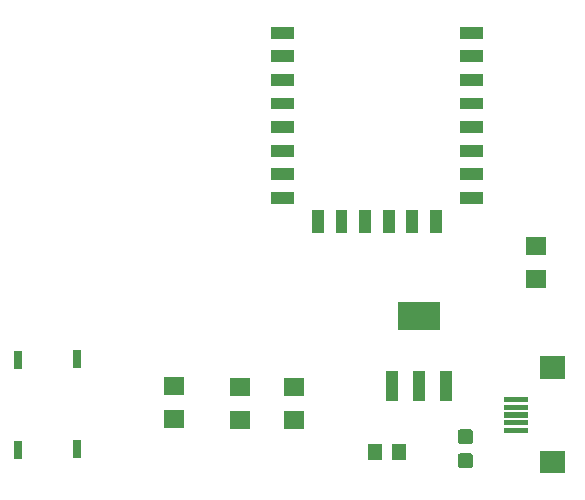
<source format=gtp>
G04 Layer: TopPasteMaskLayer*
G04 EasyEDA v6.4.25, 2021-10-08T18:06:41+02:00*
G04 037b28f00f454e67816ab17afa83080b,1cac1e5aea054b3a93835a94b3064acf,10*
G04 Gerber Generator version 0.2*
G04 Scale: 100 percent, Rotated: No, Reflected: No *
G04 Dimensions in millimeters *
G04 leading zeros omitted , absolute positions ,4 integer and 5 decimal *
%FSLAX45Y45*%
%MOMM*%

%ADD12R,0.7620X1.5240*%
%ADD13R,1.1600X1.4500*%
%ADD14R,1.8009X1.6002*%
%ADD15R,1.1000X2.5000*%

%LPD*%
D12*
G01*
X1536700Y4826000D03*
G01*
X1536700Y5588000D03*
G01*
X1041400Y4813300D03*
G01*
X1041400Y5575300D03*
G36*
X4780279Y4663439D02*
G01*
X4778451Y4663541D01*
X4776622Y4663871D01*
X4774869Y4664430D01*
X4773193Y4665192D01*
X4771618Y4666132D01*
X4770170Y4667275D01*
X4768875Y4668570D01*
X4767732Y4670018D01*
X4766792Y4671593D01*
X4766030Y4673269D01*
X4765471Y4675022D01*
X4765141Y4676851D01*
X4765040Y4678679D01*
X4765040Y4770120D01*
X4765141Y4771948D01*
X4765471Y4773777D01*
X4766030Y4775530D01*
X4766792Y4777206D01*
X4767732Y4778781D01*
X4768875Y4780229D01*
X4770170Y4781524D01*
X4771618Y4782667D01*
X4773193Y4783607D01*
X4774869Y4784369D01*
X4776622Y4784928D01*
X4778451Y4785258D01*
X4780279Y4785360D01*
X4871720Y4785360D01*
X4873548Y4785258D01*
X4875377Y4784928D01*
X4877130Y4784369D01*
X4878806Y4783607D01*
X4880381Y4782667D01*
X4881829Y4781524D01*
X4883124Y4780229D01*
X4884267Y4778781D01*
X4885207Y4777206D01*
X4885969Y4775530D01*
X4886528Y4773777D01*
X4886858Y4771948D01*
X4886959Y4770120D01*
X4886959Y4678679D01*
X4886858Y4676851D01*
X4886528Y4675022D01*
X4885969Y4673269D01*
X4885207Y4671593D01*
X4884267Y4670018D01*
X4883124Y4668570D01*
X4881829Y4667275D01*
X4880381Y4666132D01*
X4878806Y4665192D01*
X4877130Y4664430D01*
X4875377Y4663871D01*
X4873548Y4663541D01*
X4871720Y4663439D01*
G37*
G36*
X4780279Y4866639D02*
G01*
X4778451Y4866741D01*
X4776622Y4867071D01*
X4774869Y4867630D01*
X4773193Y4868392D01*
X4771618Y4869332D01*
X4770170Y4870475D01*
X4768875Y4871770D01*
X4767732Y4873218D01*
X4766792Y4874793D01*
X4766030Y4876469D01*
X4765471Y4878222D01*
X4765141Y4880051D01*
X4765040Y4881879D01*
X4765040Y4973320D01*
X4765141Y4975148D01*
X4765471Y4976977D01*
X4766030Y4978730D01*
X4766792Y4980406D01*
X4767732Y4981981D01*
X4768875Y4983429D01*
X4770170Y4984724D01*
X4771618Y4985867D01*
X4773193Y4986807D01*
X4774869Y4987569D01*
X4776622Y4988128D01*
X4778451Y4988458D01*
X4780279Y4988560D01*
X4871720Y4988560D01*
X4873548Y4988458D01*
X4875377Y4988128D01*
X4877130Y4987569D01*
X4878806Y4986807D01*
X4880381Y4985867D01*
X4881829Y4984724D01*
X4883124Y4983429D01*
X4884267Y4981981D01*
X4885207Y4980406D01*
X4885969Y4978730D01*
X4886528Y4976977D01*
X4886858Y4975148D01*
X4886959Y4973320D01*
X4886959Y4881879D01*
X4886858Y4880051D01*
X4886528Y4878222D01*
X4885969Y4876469D01*
X4885207Y4874793D01*
X4884267Y4873218D01*
X4883124Y4871770D01*
X4881829Y4870475D01*
X4880381Y4869332D01*
X4878806Y4868392D01*
X4877130Y4867630D01*
X4875377Y4867071D01*
X4873548Y4866741D01*
X4871720Y4866639D01*
G37*
D13*
G01*
X4267200Y4800600D03*
G01*
X4064000Y4800600D03*
D14*
G01*
X2362200Y5080000D03*
G01*
X2362200Y5359400D03*
G01*
X2921000Y5067300D03*
G01*
X2921000Y5346700D03*
G01*
X3378200Y5067300D03*
G01*
X3378200Y5346700D03*
G01*
X5422900Y6540500D03*
G01*
X5422900Y6261100D03*
D15*
G01*
X4202302Y5354497D03*
G01*
X4432300Y5354497D03*
G01*
X4662297Y5354497D03*
G36*
X4612299Y5831502D02*
G01*
X4252300Y5831502D01*
X4252300Y6065502D01*
X4612299Y6065502D01*
G37*
G36*
X3176625Y8398637D02*
G01*
X3376777Y8398637D01*
X3376777Y8298561D01*
X3176625Y8298561D01*
G37*
G36*
X3176625Y8198485D02*
G01*
X3376777Y8198485D01*
X3376777Y8098662D01*
X3176625Y8098662D01*
G37*
G36*
X3176625Y7998587D02*
G01*
X3376777Y7998587D01*
X3376777Y7898764D01*
X3176625Y7898764D01*
G37*
G36*
X3176625Y7798688D02*
G01*
X3376777Y7798688D01*
X3376777Y7698612D01*
X3176625Y7698612D01*
G37*
G36*
X3176625Y7598537D02*
G01*
X3376777Y7598537D01*
X3376777Y7498461D01*
X3176625Y7498461D01*
G37*
G36*
X3176625Y7398638D02*
G01*
X3376777Y7398638D01*
X3376777Y7298562D01*
X3176625Y7298562D01*
G37*
G36*
X3176625Y7198740D02*
G01*
X3376777Y7198740D01*
X3376777Y7098664D01*
X3176625Y7098664D01*
G37*
G36*
X3176879Y6998588D02*
G01*
X3376777Y6998588D01*
X3376777Y6898512D01*
X3176879Y6898512D01*
G37*
G36*
X3526891Y6648577D02*
G01*
X3526891Y6848475D01*
X3626967Y6848475D01*
X3626967Y6648577D01*
G37*
G36*
X3726789Y6648577D02*
G01*
X3726789Y6848729D01*
X3826611Y6848729D01*
X3826611Y6648577D01*
G37*
G36*
X3926433Y6648577D02*
G01*
X3926433Y6848475D01*
X4026509Y6848475D01*
X4026509Y6648577D01*
G37*
G36*
X4126585Y6648577D02*
G01*
X4126585Y6848475D01*
X4226661Y6848475D01*
X4226661Y6648577D01*
G37*
G36*
X4326483Y6648577D02*
G01*
X4326483Y6848475D01*
X4426559Y6848475D01*
X4426559Y6648577D01*
G37*
G36*
X4526635Y6648577D02*
G01*
X4526635Y6848475D01*
X4626457Y6848475D01*
X4626457Y6648577D01*
G37*
G36*
X4976723Y6898004D02*
G01*
X4776825Y6898004D01*
X4776825Y6998080D01*
X4976723Y6998080D01*
G37*
G36*
X4976977Y7098411D02*
G01*
X4776825Y7098411D01*
X4776825Y7198487D01*
X4976977Y7198487D01*
G37*
G36*
X4976977Y7298309D02*
G01*
X4777079Y7298309D01*
X4777079Y7398130D01*
X4976977Y7398130D01*
G37*
G36*
X4976977Y7498206D02*
G01*
X4776825Y7498206D01*
X4776825Y7598283D01*
X4976977Y7598283D01*
G37*
G36*
X4976977Y7698359D02*
G01*
X4776825Y7698359D01*
X4776825Y7798435D01*
X4976977Y7798435D01*
G37*
G36*
X4976977Y7898256D02*
G01*
X4776825Y7898256D01*
X4776825Y7998333D01*
X4976977Y7998333D01*
G37*
G36*
X4976977Y8098409D02*
G01*
X4776825Y8098409D01*
X4776825Y8198230D01*
X4976977Y8198230D01*
G37*
G36*
X4976977Y8298306D02*
G01*
X4776825Y8298306D01*
X4776825Y8398383D01*
X4976977Y8398383D01*
G37*
G36*
X5155006Y5264914D02*
G01*
X5355005Y5264914D01*
X5355005Y5219905D01*
X5155006Y5219905D01*
G37*
G36*
X5155006Y5199890D02*
G01*
X5355005Y5199890D01*
X5355005Y5154881D01*
X5155006Y5154881D01*
G37*
G36*
X5155006Y5134866D02*
G01*
X5355005Y5134866D01*
X5355005Y5089857D01*
X5155006Y5089857D01*
G37*
G36*
X5155006Y5069842D02*
G01*
X5355005Y5069842D01*
X5355005Y5024833D01*
X5155006Y5024833D01*
G37*
G36*
X5155006Y5004818D02*
G01*
X5355005Y5004818D01*
X5355005Y4959809D01*
X5155006Y4959809D01*
G37*
G36*
X5666993Y5417365D02*
G01*
X5456936Y5417365D01*
X5456936Y5607357D01*
X5666993Y5607357D01*
G37*
G36*
X5666993Y4617366D02*
G01*
X5456936Y4617366D01*
X5456936Y4807358D01*
X5666993Y4807358D01*
G37*
M02*

</source>
